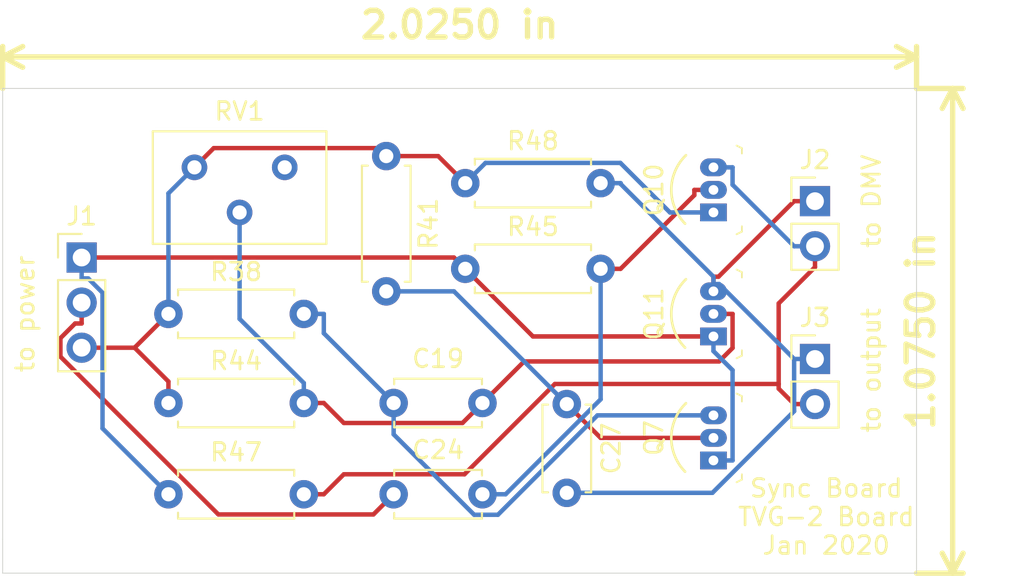
<source format=kicad_pcb>
(kicad_pcb (version 20171130) (host pcbnew "(5.0.0)")

  (general
    (thickness 1.6)
    (drawings 12)
    (tracks 96)
    (zones 0)
    (modules 16)
    (nets 11)
  )

  (page A4)
  (title_block
    (title TVG2)
    (date 2019-07-08)
    (rev v01)
  )

  (layers
    (0 F.Cu signal)
    (31 B.Cu signal)
    (32 B.Adhes user)
    (33 F.Adhes user)
    (34 B.Paste user)
    (35 F.Paste user)
    (36 B.SilkS user)
    (37 F.SilkS user)
    (38 B.Mask user)
    (39 F.Mask user)
    (40 Dwgs.User user)
    (41 Cmts.User user)
    (42 Eco1.User user)
    (43 Eco2.User user)
    (44 Edge.Cuts user)
    (45 Margin user)
    (46 B.CrtYd user)
    (47 F.CrtYd user)
    (48 B.Fab user)
    (49 F.Fab user hide)
  )

  (setup
    (last_trace_width 0.25)
    (user_trace_width 0.381)
    (trace_clearance 0.2)
    (zone_clearance 0.508)
    (zone_45_only no)
    (trace_min 0.2)
    (segment_width 0.2)
    (edge_width 0.05)
    (via_size 0.8)
    (via_drill 0.4)
    (via_min_size 0.4)
    (via_min_drill 0.3)
    (uvia_size 0.3)
    (uvia_drill 0.1)
    (uvias_allowed no)
    (uvia_min_size 0.2)
    (uvia_min_drill 0.1)
    (pcb_text_width 0.3)
    (pcb_text_size 1.5 1.5)
    (mod_edge_width 0.12)
    (mod_text_size 1 1)
    (mod_text_width 0.15)
    (pad_size 1.524 1.524)
    (pad_drill 0.762)
    (pad_to_mask_clearance 0.051)
    (solder_mask_min_width 0.25)
    (aux_axis_origin 0 0)
    (visible_elements 7FFFFFFF)
    (pcbplotparams
      (layerselection 0x010fc_ffffffff)
      (usegerberextensions false)
      (usegerberattributes false)
      (usegerberadvancedattributes false)
      (creategerberjobfile false)
      (excludeedgelayer true)
      (linewidth 0.100000)
      (plotframeref false)
      (viasonmask false)
      (mode 1)
      (useauxorigin false)
      (hpglpennumber 1)
      (hpglpenspeed 20)
      (hpglpendiameter 15.000000)
      (psnegative false)
      (psa4output false)
      (plotreference true)
      (plotvalue true)
      (plotinvisibletext false)
      (padsonsilk false)
      (subtractmaskfromsilk false)
      (outputformat 1)
      (mirror false)
      (drillshape 0)
      (scaleselection 1)
      (outputdirectory "gerbers/"))
  )

  (net 0 "")
  (net 1 "Net-(C19-Pad1)")
  (net 2 "Net-(C19-Pad2)")
  (net 3 "Net-(C24-Pad2)")
  (net 4 /A)
  (net 5 "Net-(C27-Pad1)")
  (net 6 /B)
  (net 7 "Net-(RV1-Pad1)")
  (net 8 /frompower)
  (net 9 /+9V)
  (net 10 /GND)

  (net_class Default "This is the default net class."
    (clearance 0.2)
    (trace_width 0.25)
    (via_dia 0.8)
    (via_drill 0.4)
    (uvia_dia 0.3)
    (uvia_drill 0.1)
    (add_net /+9V)
    (add_net /A)
    (add_net /B)
    (add_net /GND)
    (add_net /frompower)
    (add_net "Net-(C19-Pad1)")
    (add_net "Net-(C19-Pad2)")
    (add_net "Net-(C24-Pad2)")
    (add_net "Net-(C27-Pad1)")
    (add_net "Net-(RV1-Pad1)")
  )

  (module Capacitor_THT:C_Disc_D4.7mm_W2.5mm_P5.00mm (layer F.Cu) (tedit 5AE50EF0) (tstamp 5E29FF27)
    (at 119.16 83.76)
    (descr "C, Disc series, Radial, pin pitch=5.00mm, , diameter*width=4.7*2.5mm^2, Capacitor, http://www.vishay.com/docs/45233/krseries.pdf")
    (tags "C Disc series Radial pin pitch 5.00mm  diameter 4.7mm width 2.5mm Capacitor")
    (path /5D01BB31)
    (fp_text reference C19 (at 2.5 -2.5) (layer F.SilkS)
      (effects (font (size 1 1) (thickness 0.15)))
    )
    (fp_text value "560 pF" (at 2.5 2.5) (layer F.Fab)
      (effects (font (size 1 1) (thickness 0.15)))
    )
    (fp_line (start 0.15 -1.25) (end 0.15 1.25) (layer F.Fab) (width 0.1))
    (fp_line (start 0.15 1.25) (end 4.85 1.25) (layer F.Fab) (width 0.1))
    (fp_line (start 4.85 1.25) (end 4.85 -1.25) (layer F.Fab) (width 0.1))
    (fp_line (start 4.85 -1.25) (end 0.15 -1.25) (layer F.Fab) (width 0.1))
    (fp_line (start 0.03 -1.37) (end 4.97 -1.37) (layer F.SilkS) (width 0.12))
    (fp_line (start 0.03 1.37) (end 4.97 1.37) (layer F.SilkS) (width 0.12))
    (fp_line (start 0.03 -1.37) (end 0.03 -1.055) (layer F.SilkS) (width 0.12))
    (fp_line (start 0.03 1.055) (end 0.03 1.37) (layer F.SilkS) (width 0.12))
    (fp_line (start 4.97 -1.37) (end 4.97 -1.055) (layer F.SilkS) (width 0.12))
    (fp_line (start 4.97 1.055) (end 4.97 1.37) (layer F.SilkS) (width 0.12))
    (fp_line (start -1.05 -1.5) (end -1.05 1.5) (layer F.CrtYd) (width 0.05))
    (fp_line (start -1.05 1.5) (end 6.05 1.5) (layer F.CrtYd) (width 0.05))
    (fp_line (start 6.05 1.5) (end 6.05 -1.5) (layer F.CrtYd) (width 0.05))
    (fp_line (start 6.05 -1.5) (end -1.05 -1.5) (layer F.CrtYd) (width 0.05))
    (fp_text user %R (at 2.5 0) (layer F.Fab)
      (effects (font (size 0.94 0.94) (thickness 0.141)))
    )
    (pad 1 thru_hole circle (at 0 0) (size 1.6 1.6) (drill 0.8) (layers *.Cu *.Mask)
      (net 1 "Net-(C19-Pad1)"))
    (pad 2 thru_hole circle (at 5 0) (size 1.6 1.6) (drill 0.8) (layers *.Cu *.Mask)
      (net 2 "Net-(C19-Pad2)"))
    (model ${KISYS3DMOD}/Capacitor_THT.3dshapes/C_Disc_D4.7mm_W2.5mm_P5.00mm.wrl
      (at (xyz 0 0 0))
      (scale (xyz 1 1 1))
      (rotate (xyz 0 0 0))
    )
  )

  (module Capacitor_THT:C_Disc_D4.7mm_W2.5mm_P5.00mm (layer F.Cu) (tedit 5AE50EF0) (tstamp 5E29FF3C)
    (at 119.16 88.9)
    (descr "C, Disc series, Radial, pin pitch=5.00mm, , diameter*width=4.7*2.5mm^2, Capacitor, http://www.vishay.com/docs/45233/krseries.pdf")
    (tags "C Disc series Radial pin pitch 5.00mm  diameter 4.7mm width 2.5mm Capacitor")
    (path /5D1928CF)
    (fp_text reference C24 (at 2.5 -2.5) (layer F.SilkS)
      (effects (font (size 1 1) (thickness 0.15)))
    )
    (fp_text value "0.05 uF" (at 2.5 2.5) (layer F.Fab)
      (effects (font (size 1 1) (thickness 0.15)))
    )
    (fp_line (start 0.15 -1.25) (end 0.15 1.25) (layer F.Fab) (width 0.1))
    (fp_line (start 0.15 1.25) (end 4.85 1.25) (layer F.Fab) (width 0.1))
    (fp_line (start 4.85 1.25) (end 4.85 -1.25) (layer F.Fab) (width 0.1))
    (fp_line (start 4.85 -1.25) (end 0.15 -1.25) (layer F.Fab) (width 0.1))
    (fp_line (start 0.03 -1.37) (end 4.97 -1.37) (layer F.SilkS) (width 0.12))
    (fp_line (start 0.03 1.37) (end 4.97 1.37) (layer F.SilkS) (width 0.12))
    (fp_line (start 0.03 -1.37) (end 0.03 -1.055) (layer F.SilkS) (width 0.12))
    (fp_line (start 0.03 1.055) (end 0.03 1.37) (layer F.SilkS) (width 0.12))
    (fp_line (start 4.97 -1.37) (end 4.97 -1.055) (layer F.SilkS) (width 0.12))
    (fp_line (start 4.97 1.055) (end 4.97 1.37) (layer F.SilkS) (width 0.12))
    (fp_line (start -1.05 -1.5) (end -1.05 1.5) (layer F.CrtYd) (width 0.05))
    (fp_line (start -1.05 1.5) (end 6.05 1.5) (layer F.CrtYd) (width 0.05))
    (fp_line (start 6.05 1.5) (end 6.05 -1.5) (layer F.CrtYd) (width 0.05))
    (fp_line (start 6.05 -1.5) (end -1.05 -1.5) (layer F.CrtYd) (width 0.05))
    (fp_text user %R (at 2.5 0) (layer F.Fab)
      (effects (font (size 0.94 0.94) (thickness 0.141)))
    )
    (pad 1 thru_hole circle (at 0 0) (size 1.6 1.6) (drill 0.8) (layers *.Cu *.Mask)
      (net 8 /frompower))
    (pad 2 thru_hole circle (at 5 0) (size 1.6 1.6) (drill 0.8) (layers *.Cu *.Mask)
      (net 3 "Net-(C24-Pad2)"))
    (model ${KISYS3DMOD}/Capacitor_THT.3dshapes/C_Disc_D4.7mm_W2.5mm_P5.00mm.wrl
      (at (xyz 0 0 0))
      (scale (xyz 1 1 1))
      (rotate (xyz 0 0 0))
    )
  )

  (module Capacitor_THT:C_Disc_D4.7mm_W2.5mm_P5.00mm (layer F.Cu) (tedit 5AE50EF0) (tstamp 5E29FF51)
    (at 128.905 83.82 270)
    (descr "C, Disc series, Radial, pin pitch=5.00mm, , diameter*width=4.7*2.5mm^2, Capacitor, http://www.vishay.com/docs/45233/krseries.pdf")
    (tags "C Disc series Radial pin pitch 5.00mm  diameter 4.7mm width 2.5mm Capacitor")
    (path /5D01C288)
    (fp_text reference C27 (at 2.5 -2.5 90) (layer F.SilkS)
      (effects (font (size 1 1) (thickness 0.15)))
    )
    (fp_text value "560 pF" (at 2.5 2.5 90) (layer F.Fab)
      (effects (font (size 1 1) (thickness 0.15)))
    )
    (fp_text user %R (at 2.5 0 90) (layer F.Fab)
      (effects (font (size 0.94 0.94) (thickness 0.141)))
    )
    (fp_line (start 6.05 -1.5) (end -1.05 -1.5) (layer F.CrtYd) (width 0.05))
    (fp_line (start 6.05 1.5) (end 6.05 -1.5) (layer F.CrtYd) (width 0.05))
    (fp_line (start -1.05 1.5) (end 6.05 1.5) (layer F.CrtYd) (width 0.05))
    (fp_line (start -1.05 -1.5) (end -1.05 1.5) (layer F.CrtYd) (width 0.05))
    (fp_line (start 4.97 1.055) (end 4.97 1.37) (layer F.SilkS) (width 0.12))
    (fp_line (start 4.97 -1.37) (end 4.97 -1.055) (layer F.SilkS) (width 0.12))
    (fp_line (start 0.03 1.055) (end 0.03 1.37) (layer F.SilkS) (width 0.12))
    (fp_line (start 0.03 -1.37) (end 0.03 -1.055) (layer F.SilkS) (width 0.12))
    (fp_line (start 0.03 1.37) (end 4.97 1.37) (layer F.SilkS) (width 0.12))
    (fp_line (start 0.03 -1.37) (end 4.97 -1.37) (layer F.SilkS) (width 0.12))
    (fp_line (start 4.85 -1.25) (end 0.15 -1.25) (layer F.Fab) (width 0.1))
    (fp_line (start 4.85 1.25) (end 4.85 -1.25) (layer F.Fab) (width 0.1))
    (fp_line (start 0.15 1.25) (end 4.85 1.25) (layer F.Fab) (width 0.1))
    (fp_line (start 0.15 -1.25) (end 0.15 1.25) (layer F.Fab) (width 0.1))
    (pad 2 thru_hole circle (at 5 0 270) (size 1.6 1.6) (drill 0.8) (layers *.Cu *.Mask)
      (net 4 /A))
    (pad 1 thru_hole circle (at 0 0 270) (size 1.6 1.6) (drill 0.8) (layers *.Cu *.Mask)
      (net 5 "Net-(C27-Pad1)"))
    (model ${KISYS3DMOD}/Capacitor_THT.3dshapes/C_Disc_D4.7mm_W2.5mm_P5.00mm.wrl
      (at (xyz 0 0 0))
      (scale (xyz 1 1 1))
      (rotate (xyz 0 0 0))
    )
  )

  (module Connector_PinHeader_2.54mm:PinHeader_1x03_P2.54mm_Vertical (layer F.Cu) (tedit 59FED5CC) (tstamp 5E29FF68)
    (at 101.6 75.565)
    (descr "Through hole straight pin header, 1x03, 2.54mm pitch, single row")
    (tags "Through hole pin header THT 1x03 2.54mm single row")
    (path /5E1D65EF)
    (fp_text reference J1 (at 0 -2.33) (layer F.SilkS)
      (effects (font (size 1 1) (thickness 0.15)))
    )
    (fp_text value from_power (at 0 7.41) (layer F.Fab)
      (effects (font (size 1 1) (thickness 0.15)))
    )
    (fp_line (start -0.635 -1.27) (end 1.27 -1.27) (layer F.Fab) (width 0.1))
    (fp_line (start 1.27 -1.27) (end 1.27 6.35) (layer F.Fab) (width 0.1))
    (fp_line (start 1.27 6.35) (end -1.27 6.35) (layer F.Fab) (width 0.1))
    (fp_line (start -1.27 6.35) (end -1.27 -0.635) (layer F.Fab) (width 0.1))
    (fp_line (start -1.27 -0.635) (end -0.635 -1.27) (layer F.Fab) (width 0.1))
    (fp_line (start -1.33 6.41) (end 1.33 6.41) (layer F.SilkS) (width 0.12))
    (fp_line (start -1.33 1.27) (end -1.33 6.41) (layer F.SilkS) (width 0.12))
    (fp_line (start 1.33 1.27) (end 1.33 6.41) (layer F.SilkS) (width 0.12))
    (fp_line (start -1.33 1.27) (end 1.33 1.27) (layer F.SilkS) (width 0.12))
    (fp_line (start -1.33 0) (end -1.33 -1.33) (layer F.SilkS) (width 0.12))
    (fp_line (start -1.33 -1.33) (end 0 -1.33) (layer F.SilkS) (width 0.12))
    (fp_line (start -1.8 -1.8) (end -1.8 6.85) (layer F.CrtYd) (width 0.05))
    (fp_line (start -1.8 6.85) (end 1.8 6.85) (layer F.CrtYd) (width 0.05))
    (fp_line (start 1.8 6.85) (end 1.8 -1.8) (layer F.CrtYd) (width 0.05))
    (fp_line (start 1.8 -1.8) (end -1.8 -1.8) (layer F.CrtYd) (width 0.05))
    (fp_text user %R (at 0 2.54 90) (layer F.Fab)
      (effects (font (size 1 1) (thickness 0.15)))
    )
    (pad 1 thru_hole rect (at 0 0) (size 1.7 1.7) (drill 1) (layers *.Cu *.Mask)
      (net 9 /+9V))
    (pad 2 thru_hole oval (at 0 2.54) (size 1.7 1.7) (drill 1) (layers *.Cu *.Mask)
      (net 8 /frompower))
    (pad 3 thru_hole oval (at 0 5.08) (size 1.7 1.7) (drill 1) (layers *.Cu *.Mask)
      (net 10 /GND))
    (model ${KISYS3DMOD}/Connector_PinHeader_2.54mm.3dshapes/PinHeader_1x03_P2.54mm_Vertical.wrl
      (at (xyz 0 0 0))
      (scale (xyz 1 1 1))
      (rotate (xyz 0 0 0))
    )
  )

  (module Connector_PinHeader_2.54mm:PinHeader_1x02_P2.54mm_Vertical (layer F.Cu) (tedit 59FED5CC) (tstamp 5E29FF7E)
    (at 142.875 72.39)
    (descr "Through hole straight pin header, 1x02, 2.54mm pitch, single row")
    (tags "Through hole pin header THT 1x02 2.54mm single row")
    (path /5E397D2C)
    (fp_text reference J2 (at 0 -2.33) (layer F.SilkS)
      (effects (font (size 1 1) (thickness 0.15)))
    )
    (fp_text value to_DMV (at 0 4.87) (layer F.Fab)
      (effects (font (size 1 1) (thickness 0.15)))
    )
    (fp_line (start -0.635 -1.27) (end 1.27 -1.27) (layer F.Fab) (width 0.1))
    (fp_line (start 1.27 -1.27) (end 1.27 3.81) (layer F.Fab) (width 0.1))
    (fp_line (start 1.27 3.81) (end -1.27 3.81) (layer F.Fab) (width 0.1))
    (fp_line (start -1.27 3.81) (end -1.27 -0.635) (layer F.Fab) (width 0.1))
    (fp_line (start -1.27 -0.635) (end -0.635 -1.27) (layer F.Fab) (width 0.1))
    (fp_line (start -1.33 3.87) (end 1.33 3.87) (layer F.SilkS) (width 0.12))
    (fp_line (start -1.33 1.27) (end -1.33 3.87) (layer F.SilkS) (width 0.12))
    (fp_line (start 1.33 1.27) (end 1.33 3.87) (layer F.SilkS) (width 0.12))
    (fp_line (start -1.33 1.27) (end 1.33 1.27) (layer F.SilkS) (width 0.12))
    (fp_line (start -1.33 0) (end -1.33 -1.33) (layer F.SilkS) (width 0.12))
    (fp_line (start -1.33 -1.33) (end 0 -1.33) (layer F.SilkS) (width 0.12))
    (fp_line (start -1.8 -1.8) (end -1.8 4.35) (layer F.CrtYd) (width 0.05))
    (fp_line (start -1.8 4.35) (end 1.8 4.35) (layer F.CrtYd) (width 0.05))
    (fp_line (start 1.8 4.35) (end 1.8 -1.8) (layer F.CrtYd) (width 0.05))
    (fp_line (start 1.8 -1.8) (end -1.8 -1.8) (layer F.CrtYd) (width 0.05))
    (fp_text user %R (at 0 1.27 90) (layer F.Fab)
      (effects (font (size 1 1) (thickness 0.15)))
    )
    (pad 1 thru_hole rect (at 0 0) (size 1.7 1.7) (drill 1) (layers *.Cu *.Mask)
      (net 4 /A))
    (pad 2 thru_hole oval (at 0 2.54) (size 1.7 1.7) (drill 1) (layers *.Cu *.Mask)
      (net 6 /B))
    (model ${KISYS3DMOD}/Connector_PinHeader_2.54mm.3dshapes/PinHeader_1x02_P2.54mm_Vertical.wrl
      (at (xyz 0 0 0))
      (scale (xyz 1 1 1))
      (rotate (xyz 0 0 0))
    )
  )

  (module Connector_PinHeader_2.54mm:PinHeader_1x02_P2.54mm_Vertical (layer F.Cu) (tedit 59FED5CC) (tstamp 5E29FF94)
    (at 142.875 81.28)
    (descr "Through hole straight pin header, 1x02, 2.54mm pitch, single row")
    (tags "Through hole pin header THT 1x02 2.54mm single row")
    (path /5E3983D4)
    (fp_text reference J3 (at 0 -2.33) (layer F.SilkS)
      (effects (font (size 1 1) (thickness 0.15)))
    )
    (fp_text value to_output (at 0 4.87) (layer F.Fab)
      (effects (font (size 1 1) (thickness 0.15)))
    )
    (fp_text user %R (at 0 1.27 90) (layer F.Fab)
      (effects (font (size 1 1) (thickness 0.15)))
    )
    (fp_line (start 1.8 -1.8) (end -1.8 -1.8) (layer F.CrtYd) (width 0.05))
    (fp_line (start 1.8 4.35) (end 1.8 -1.8) (layer F.CrtYd) (width 0.05))
    (fp_line (start -1.8 4.35) (end 1.8 4.35) (layer F.CrtYd) (width 0.05))
    (fp_line (start -1.8 -1.8) (end -1.8 4.35) (layer F.CrtYd) (width 0.05))
    (fp_line (start -1.33 -1.33) (end 0 -1.33) (layer F.SilkS) (width 0.12))
    (fp_line (start -1.33 0) (end -1.33 -1.33) (layer F.SilkS) (width 0.12))
    (fp_line (start -1.33 1.27) (end 1.33 1.27) (layer F.SilkS) (width 0.12))
    (fp_line (start 1.33 1.27) (end 1.33 3.87) (layer F.SilkS) (width 0.12))
    (fp_line (start -1.33 1.27) (end -1.33 3.87) (layer F.SilkS) (width 0.12))
    (fp_line (start -1.33 3.87) (end 1.33 3.87) (layer F.SilkS) (width 0.12))
    (fp_line (start -1.27 -0.635) (end -0.635 -1.27) (layer F.Fab) (width 0.1))
    (fp_line (start -1.27 3.81) (end -1.27 -0.635) (layer F.Fab) (width 0.1))
    (fp_line (start 1.27 3.81) (end -1.27 3.81) (layer F.Fab) (width 0.1))
    (fp_line (start 1.27 -1.27) (end 1.27 3.81) (layer F.Fab) (width 0.1))
    (fp_line (start -0.635 -1.27) (end 1.27 -1.27) (layer F.Fab) (width 0.1))
    (pad 2 thru_hole oval (at 0 2.54) (size 1.7 1.7) (drill 1) (layers *.Cu *.Mask)
      (net 6 /B))
    (pad 1 thru_hole rect (at 0 0) (size 1.7 1.7) (drill 1) (layers *.Cu *.Mask)
      (net 4 /A))
    (model ${KISYS3DMOD}/Connector_PinHeader_2.54mm.3dshapes/PinHeader_1x02_P2.54mm_Vertical.wrl
      (at (xyz 0 0 0))
      (scale (xyz 1 1 1))
      (rotate (xyz 0 0 0))
    )
  )

  (module digikey-footprints:TO-92-3 (layer F.Cu) (tedit 5AF9CDD1) (tstamp 5E29FFA8)
    (at 137.16 86.995 90)
    (descr http://www.ti.com/lit/ds/symlink/tl431a.pdf)
    (path /5D01CD1C)
    (fp_text reference Q7 (at 1.27 -3.35 90) (layer F.SilkS)
      (effects (font (size 1 1) (thickness 0.15)))
    )
    (fp_text value 2N2907 (at 1.27 2.5 90) (layer F.Fab)
      (effects (font (size 1 1) (thickness 0.15)))
    )
    (fp_arc (start 1.27 0.35) (end -0.63 -1.6) (angle 90) (layer F.SilkS) (width 0.15))
    (fp_line (start 3.57 1.5) (end -1.03 1.5) (layer F.Fab) (width 0.15))
    (fp_arc (start 1.27 0.3) (end -1.03 1.5) (angle 235) (layer F.Fab) (width 0.15))
    (fp_arc (start 1.27 0.3) (end -1.33 0.3) (angle 90) (layer F.Fab) (width 0.15))
    (fp_line (start -1.63 -2.5) (end 4.17 -2.5) (layer F.CrtYd) (width 0.05))
    (fp_line (start -1.63 1.75) (end 4.17 1.75) (layer F.CrtYd) (width 0.05))
    (fp_line (start -1.63 1.75) (end -1.63 -2.5) (layer F.CrtYd) (width 0.05))
    (fp_line (start 4.17 1.75) (end 4.17 -2.5) (layer F.CrtYd) (width 0.05))
    (fp_line (start 3.62 1.6) (end 3.77 1.3) (layer F.SilkS) (width 0.1))
    (fp_line (start 3.62 1.6) (end 3.32 1.6) (layer F.SilkS) (width 0.1))
    (fp_line (start -0.78 1.6) (end -1.08 1.6) (layer F.SilkS) (width 0.1))
    (fp_line (start -1.08 1.6) (end -1.23 1.3) (layer F.SilkS) (width 0.1))
    (fp_text user %R (at 1.27 -1.25 270) (layer F.Fab)
      (effects (font (size 0.75 0.75) (thickness 0.15)))
    )
    (pad 2 thru_hole oval (at 1.27 0 270) (size 1 1.5) (drill 0.55) (layers *.Cu *.Mask)
      (net 5 "Net-(C27-Pad1)"))
    (pad 3 thru_hole oval (at 2.54 0 270) (size 1 1.5) (drill 0.55) (layers *.Cu *.Mask)
      (net 1 "Net-(C19-Pad1)"))
    (pad 1 thru_hole rect (at 0 0 270) (size 1 1.5) (drill 0.55) (layers *.Cu *.Mask)
      (net 9 /+9V))
  )

  (module digikey-footprints:TO-92-3 (layer F.Cu) (tedit 5AF9CDD1) (tstamp 5E29FFBC)
    (at 137.16 73.025 90)
    (descr http://www.ti.com/lit/ds/symlink/tl431a.pdf)
    (path /5E21CAEC)
    (fp_text reference Q10 (at 1.27 -3.35 90) (layer F.SilkS)
      (effects (font (size 1 1) (thickness 0.15)))
    )
    (fp_text value 2N718 (at 1.27 2.5 90) (layer F.Fab)
      (effects (font (size 1 1) (thickness 0.15)))
    )
    (fp_arc (start 1.27 0.35) (end -0.63 -1.6) (angle 90) (layer F.SilkS) (width 0.15))
    (fp_line (start 3.57 1.5) (end -1.03 1.5) (layer F.Fab) (width 0.15))
    (fp_arc (start 1.27 0.3) (end -1.03 1.5) (angle 235) (layer F.Fab) (width 0.15))
    (fp_arc (start 1.27 0.3) (end -1.33 0.3) (angle 90) (layer F.Fab) (width 0.15))
    (fp_line (start -1.63 -2.5) (end 4.17 -2.5) (layer F.CrtYd) (width 0.05))
    (fp_line (start -1.63 1.75) (end 4.17 1.75) (layer F.CrtYd) (width 0.05))
    (fp_line (start -1.63 1.75) (end -1.63 -2.5) (layer F.CrtYd) (width 0.05))
    (fp_line (start 4.17 1.75) (end 4.17 -2.5) (layer F.CrtYd) (width 0.05))
    (fp_line (start 3.62 1.6) (end 3.77 1.3) (layer F.SilkS) (width 0.1))
    (fp_line (start 3.62 1.6) (end 3.32 1.6) (layer F.SilkS) (width 0.1))
    (fp_line (start -0.78 1.6) (end -1.08 1.6) (layer F.SilkS) (width 0.1))
    (fp_line (start -1.08 1.6) (end -1.23 1.3) (layer F.SilkS) (width 0.1))
    (fp_text user %R (at 1.27 -1.25 270) (layer F.Fab)
      (effects (font (size 0.75 0.75) (thickness 0.15)))
    )
    (pad 2 thru_hole oval (at 1.27 0 270) (size 1 1.5) (drill 0.55) (layers *.Cu *.Mask)
      (net 3 "Net-(C24-Pad2)"))
    (pad 3 thru_hole oval (at 2.54 0 270) (size 1 1.5) (drill 0.55) (layers *.Cu *.Mask)
      (net 6 /B))
    (pad 1 thru_hole rect (at 0 0 270) (size 1 1.5) (drill 0.55) (layers *.Cu *.Mask)
      (net 10 /GND))
  )

  (module digikey-footprints:TO-92-3 (layer F.Cu) (tedit 5AF9CDD1) (tstamp 5E29FFD0)
    (at 137.16 80.01 90)
    (descr http://www.ti.com/lit/ds/symlink/tl431a.pdf)
    (path /5D01DBA3)
    (fp_text reference Q11 (at 1.27 -3.35 90) (layer F.SilkS)
      (effects (font (size 1 1) (thickness 0.15)))
    )
    (fp_text value 2N2907 (at 1.27 2.5 90) (layer F.Fab)
      (effects (font (size 1 1) (thickness 0.15)))
    )
    (fp_text user %R (at 1.27 -1.25 270) (layer F.Fab)
      (effects (font (size 0.75 0.75) (thickness 0.15)))
    )
    (fp_line (start -1.08 1.6) (end -1.23 1.3) (layer F.SilkS) (width 0.1))
    (fp_line (start -0.78 1.6) (end -1.08 1.6) (layer F.SilkS) (width 0.1))
    (fp_line (start 3.62 1.6) (end 3.32 1.6) (layer F.SilkS) (width 0.1))
    (fp_line (start 3.62 1.6) (end 3.77 1.3) (layer F.SilkS) (width 0.1))
    (fp_line (start 4.17 1.75) (end 4.17 -2.5) (layer F.CrtYd) (width 0.05))
    (fp_line (start -1.63 1.75) (end -1.63 -2.5) (layer F.CrtYd) (width 0.05))
    (fp_line (start -1.63 1.75) (end 4.17 1.75) (layer F.CrtYd) (width 0.05))
    (fp_line (start -1.63 -2.5) (end 4.17 -2.5) (layer F.CrtYd) (width 0.05))
    (fp_arc (start 1.27 0.3) (end -1.33 0.3) (angle 90) (layer F.Fab) (width 0.15))
    (fp_arc (start 1.27 0.3) (end -1.03 1.5) (angle 235) (layer F.Fab) (width 0.15))
    (fp_line (start 3.57 1.5) (end -1.03 1.5) (layer F.Fab) (width 0.15))
    (fp_arc (start 1.27 0.35) (end -0.63 -1.6) (angle 90) (layer F.SilkS) (width 0.15))
    (pad 1 thru_hole rect (at 0 0 270) (size 1 1.5) (drill 0.55) (layers *.Cu *.Mask)
      (net 9 /+9V))
    (pad 3 thru_hole oval (at 2.54 0 270) (size 1 1.5) (drill 0.55) (layers *.Cu *.Mask)
      (net 4 /A))
    (pad 2 thru_hole oval (at 1.27 0 270) (size 1 1.5) (drill 0.55) (layers *.Cu *.Mask)
      (net 2 "Net-(C19-Pad2)"))
  )

  (module Resistor_THT:R_Axial_DIN0207_L6.3mm_D2.5mm_P7.62mm_Horizontal (layer F.Cu) (tedit 5AE5139B) (tstamp 5E29FFE7)
    (at 106.485 78.74)
    (descr "Resistor, Axial_DIN0207 series, Axial, Horizontal, pin pitch=7.62mm, 0.25W = 1/4W, length*diameter=6.3*2.5mm^2, http://cdn-reichelt.de/documents/datenblatt/B400/1_4W%23YAG.pdf")
    (tags "Resistor Axial_DIN0207 series Axial Horizontal pin pitch 7.62mm 0.25W = 1/4W length 6.3mm diameter 2.5mm")
    (path /5D019AFE)
    (fp_text reference R38 (at 3.81 -2.37) (layer F.SilkS)
      (effects (font (size 1 1) (thickness 0.15)))
    )
    (fp_text value 10K (at 3.81 2.37) (layer F.Fab)
      (effects (font (size 1 1) (thickness 0.15)))
    )
    (fp_text user %R (at 3.81 0) (layer F.Fab)
      (effects (font (size 1 1) (thickness 0.15)))
    )
    (fp_line (start 8.67 -1.5) (end -1.05 -1.5) (layer F.CrtYd) (width 0.05))
    (fp_line (start 8.67 1.5) (end 8.67 -1.5) (layer F.CrtYd) (width 0.05))
    (fp_line (start -1.05 1.5) (end 8.67 1.5) (layer F.CrtYd) (width 0.05))
    (fp_line (start -1.05 -1.5) (end -1.05 1.5) (layer F.CrtYd) (width 0.05))
    (fp_line (start 7.08 1.37) (end 7.08 1.04) (layer F.SilkS) (width 0.12))
    (fp_line (start 0.54 1.37) (end 7.08 1.37) (layer F.SilkS) (width 0.12))
    (fp_line (start 0.54 1.04) (end 0.54 1.37) (layer F.SilkS) (width 0.12))
    (fp_line (start 7.08 -1.37) (end 7.08 -1.04) (layer F.SilkS) (width 0.12))
    (fp_line (start 0.54 -1.37) (end 7.08 -1.37) (layer F.SilkS) (width 0.12))
    (fp_line (start 0.54 -1.04) (end 0.54 -1.37) (layer F.SilkS) (width 0.12))
    (fp_line (start 7.62 0) (end 6.96 0) (layer F.Fab) (width 0.1))
    (fp_line (start 0 0) (end 0.66 0) (layer F.Fab) (width 0.1))
    (fp_line (start 6.96 -1.25) (end 0.66 -1.25) (layer F.Fab) (width 0.1))
    (fp_line (start 6.96 1.25) (end 6.96 -1.25) (layer F.Fab) (width 0.1))
    (fp_line (start 0.66 1.25) (end 6.96 1.25) (layer F.Fab) (width 0.1))
    (fp_line (start 0.66 -1.25) (end 0.66 1.25) (layer F.Fab) (width 0.1))
    (pad 2 thru_hole oval (at 7.62 0) (size 1.6 1.6) (drill 0.8) (layers *.Cu *.Mask)
      (net 1 "Net-(C19-Pad1)"))
    (pad 1 thru_hole circle (at 0 0) (size 1.6 1.6) (drill 0.8) (layers *.Cu *.Mask)
      (net 10 /GND))
    (model ${KISYS3DMOD}/Resistor_THT.3dshapes/R_Axial_DIN0207_L6.3mm_D2.5mm_P7.62mm_Horizontal.wrl
      (at (xyz 0 0 0))
      (scale (xyz 1 1 1))
      (rotate (xyz 0 0 0))
    )
  )

  (module Resistor_THT:R_Axial_DIN0207_L6.3mm_D2.5mm_P7.62mm_Horizontal (layer F.Cu) (tedit 5AE5139B) (tstamp 5E29FFFE)
    (at 118.745 69.85 270)
    (descr "Resistor, Axial_DIN0207 series, Axial, Horizontal, pin pitch=7.62mm, 0.25W = 1/4W, length*diameter=6.3*2.5mm^2, http://cdn-reichelt.de/documents/datenblatt/B400/1_4W%23YAG.pdf")
    (tags "Resistor Axial_DIN0207 series Axial Horizontal pin pitch 7.62mm 0.25W = 1/4W length 6.3mm diameter 2.5mm")
    (path /5D0196AD)
    (fp_text reference R41 (at 3.81 -2.37 90) (layer F.SilkS)
      (effects (font (size 1 1) (thickness 0.15)))
    )
    (fp_text value 82K (at 3.81 2.37 90) (layer F.Fab)
      (effects (font (size 1 1) (thickness 0.15)))
    )
    (fp_line (start 0.66 -1.25) (end 0.66 1.25) (layer F.Fab) (width 0.1))
    (fp_line (start 0.66 1.25) (end 6.96 1.25) (layer F.Fab) (width 0.1))
    (fp_line (start 6.96 1.25) (end 6.96 -1.25) (layer F.Fab) (width 0.1))
    (fp_line (start 6.96 -1.25) (end 0.66 -1.25) (layer F.Fab) (width 0.1))
    (fp_line (start 0 0) (end 0.66 0) (layer F.Fab) (width 0.1))
    (fp_line (start 7.62 0) (end 6.96 0) (layer F.Fab) (width 0.1))
    (fp_line (start 0.54 -1.04) (end 0.54 -1.37) (layer F.SilkS) (width 0.12))
    (fp_line (start 0.54 -1.37) (end 7.08 -1.37) (layer F.SilkS) (width 0.12))
    (fp_line (start 7.08 -1.37) (end 7.08 -1.04) (layer F.SilkS) (width 0.12))
    (fp_line (start 0.54 1.04) (end 0.54 1.37) (layer F.SilkS) (width 0.12))
    (fp_line (start 0.54 1.37) (end 7.08 1.37) (layer F.SilkS) (width 0.12))
    (fp_line (start 7.08 1.37) (end 7.08 1.04) (layer F.SilkS) (width 0.12))
    (fp_line (start -1.05 -1.5) (end -1.05 1.5) (layer F.CrtYd) (width 0.05))
    (fp_line (start -1.05 1.5) (end 8.67 1.5) (layer F.CrtYd) (width 0.05))
    (fp_line (start 8.67 1.5) (end 8.67 -1.5) (layer F.CrtYd) (width 0.05))
    (fp_line (start 8.67 -1.5) (end -1.05 -1.5) (layer F.CrtYd) (width 0.05))
    (fp_text user %R (at 3.81 0 90) (layer F.Fab)
      (effects (font (size 1 1) (thickness 0.15)))
    )
    (pad 1 thru_hole circle (at 0 0 270) (size 1.6 1.6) (drill 0.8) (layers *.Cu *.Mask)
      (net 10 /GND))
    (pad 2 thru_hole oval (at 7.62 0 270) (size 1.6 1.6) (drill 0.8) (layers *.Cu *.Mask)
      (net 5 "Net-(C27-Pad1)"))
    (model ${KISYS3DMOD}/Resistor_THT.3dshapes/R_Axial_DIN0207_L6.3mm_D2.5mm_P7.62mm_Horizontal.wrl
      (at (xyz 0 0 0))
      (scale (xyz 1 1 1))
      (rotate (xyz 0 0 0))
    )
  )

  (module Resistor_THT:R_Axial_DIN0207_L6.3mm_D2.5mm_P7.62mm_Horizontal (layer F.Cu) (tedit 5AE5139B) (tstamp 5E2A0015)
    (at 106.485 83.76)
    (descr "Resistor, Axial_DIN0207 series, Axial, Horizontal, pin pitch=7.62mm, 0.25W = 1/4W, length*diameter=6.3*2.5mm^2, http://cdn-reichelt.de/documents/datenblatt/B400/1_4W%23YAG.pdf")
    (tags "Resistor Axial_DIN0207 series Axial Horizontal pin pitch 7.62mm 0.25W = 1/4W length 6.3mm diameter 2.5mm")
    (path /5D01AF6E)
    (fp_text reference R44 (at 3.81 -2.37) (layer F.SilkS)
      (effects (font (size 1 1) (thickness 0.15)))
    )
    (fp_text value 82K (at 3.81 2.37) (layer F.Fab)
      (effects (font (size 1 1) (thickness 0.15)))
    )
    (fp_line (start 0.66 -1.25) (end 0.66 1.25) (layer F.Fab) (width 0.1))
    (fp_line (start 0.66 1.25) (end 6.96 1.25) (layer F.Fab) (width 0.1))
    (fp_line (start 6.96 1.25) (end 6.96 -1.25) (layer F.Fab) (width 0.1))
    (fp_line (start 6.96 -1.25) (end 0.66 -1.25) (layer F.Fab) (width 0.1))
    (fp_line (start 0 0) (end 0.66 0) (layer F.Fab) (width 0.1))
    (fp_line (start 7.62 0) (end 6.96 0) (layer F.Fab) (width 0.1))
    (fp_line (start 0.54 -1.04) (end 0.54 -1.37) (layer F.SilkS) (width 0.12))
    (fp_line (start 0.54 -1.37) (end 7.08 -1.37) (layer F.SilkS) (width 0.12))
    (fp_line (start 7.08 -1.37) (end 7.08 -1.04) (layer F.SilkS) (width 0.12))
    (fp_line (start 0.54 1.04) (end 0.54 1.37) (layer F.SilkS) (width 0.12))
    (fp_line (start 0.54 1.37) (end 7.08 1.37) (layer F.SilkS) (width 0.12))
    (fp_line (start 7.08 1.37) (end 7.08 1.04) (layer F.SilkS) (width 0.12))
    (fp_line (start -1.05 -1.5) (end -1.05 1.5) (layer F.CrtYd) (width 0.05))
    (fp_line (start -1.05 1.5) (end 8.67 1.5) (layer F.CrtYd) (width 0.05))
    (fp_line (start 8.67 1.5) (end 8.67 -1.5) (layer F.CrtYd) (width 0.05))
    (fp_line (start 8.67 -1.5) (end -1.05 -1.5) (layer F.CrtYd) (width 0.05))
    (fp_text user %R (at 3.81 0) (layer F.Fab)
      (effects (font (size 1 1) (thickness 0.15)))
    )
    (pad 1 thru_hole circle (at 0 0) (size 1.6 1.6) (drill 0.8) (layers *.Cu *.Mask)
      (net 10 /GND))
    (pad 2 thru_hole oval (at 7.62 0) (size 1.6 1.6) (drill 0.8) (layers *.Cu *.Mask)
      (net 2 "Net-(C19-Pad2)"))
    (model ${KISYS3DMOD}/Resistor_THT.3dshapes/R_Axial_DIN0207_L6.3mm_D2.5mm_P7.62mm_Horizontal.wrl
      (at (xyz 0 0 0))
      (scale (xyz 1 1 1))
      (rotate (xyz 0 0 0))
    )
  )

  (module Resistor_THT:R_Axial_DIN0207_L6.3mm_D2.5mm_P7.62mm_Horizontal (layer F.Cu) (tedit 5AE5139B) (tstamp 5E2A002C)
    (at 123.19 76.2)
    (descr "Resistor, Axial_DIN0207 series, Axial, Horizontal, pin pitch=7.62mm, 0.25W = 1/4W, length*diameter=6.3*2.5mm^2, http://cdn-reichelt.de/documents/datenblatt/B400/1_4W%23YAG.pdf")
    (tags "Resistor Axial_DIN0207 series Axial Horizontal pin pitch 7.62mm 0.25W = 1/4W length 6.3mm diameter 2.5mm")
    (path /5D195993)
    (fp_text reference R45 (at 3.81 -2.37) (layer F.SilkS)
      (effects (font (size 1 1) (thickness 0.15)))
    )
    (fp_text value 100K (at 3.81 2.37) (layer F.Fab)
      (effects (font (size 1 1) (thickness 0.15)))
    )
    (fp_text user %R (at 3.81 0) (layer F.Fab)
      (effects (font (size 1 1) (thickness 0.15)))
    )
    (fp_line (start 8.67 -1.5) (end -1.05 -1.5) (layer F.CrtYd) (width 0.05))
    (fp_line (start 8.67 1.5) (end 8.67 -1.5) (layer F.CrtYd) (width 0.05))
    (fp_line (start -1.05 1.5) (end 8.67 1.5) (layer F.CrtYd) (width 0.05))
    (fp_line (start -1.05 -1.5) (end -1.05 1.5) (layer F.CrtYd) (width 0.05))
    (fp_line (start 7.08 1.37) (end 7.08 1.04) (layer F.SilkS) (width 0.12))
    (fp_line (start 0.54 1.37) (end 7.08 1.37) (layer F.SilkS) (width 0.12))
    (fp_line (start 0.54 1.04) (end 0.54 1.37) (layer F.SilkS) (width 0.12))
    (fp_line (start 7.08 -1.37) (end 7.08 -1.04) (layer F.SilkS) (width 0.12))
    (fp_line (start 0.54 -1.37) (end 7.08 -1.37) (layer F.SilkS) (width 0.12))
    (fp_line (start 0.54 -1.04) (end 0.54 -1.37) (layer F.SilkS) (width 0.12))
    (fp_line (start 7.62 0) (end 6.96 0) (layer F.Fab) (width 0.1))
    (fp_line (start 0 0) (end 0.66 0) (layer F.Fab) (width 0.1))
    (fp_line (start 6.96 -1.25) (end 0.66 -1.25) (layer F.Fab) (width 0.1))
    (fp_line (start 6.96 1.25) (end 6.96 -1.25) (layer F.Fab) (width 0.1))
    (fp_line (start 0.66 1.25) (end 6.96 1.25) (layer F.Fab) (width 0.1))
    (fp_line (start 0.66 -1.25) (end 0.66 1.25) (layer F.Fab) (width 0.1))
    (pad 2 thru_hole oval (at 7.62 0) (size 1.6 1.6) (drill 0.8) (layers *.Cu *.Mask)
      (net 3 "Net-(C24-Pad2)"))
    (pad 1 thru_hole circle (at 0 0) (size 1.6 1.6) (drill 0.8) (layers *.Cu *.Mask)
      (net 9 /+9V))
    (model ${KISYS3DMOD}/Resistor_THT.3dshapes/R_Axial_DIN0207_L6.3mm_D2.5mm_P7.62mm_Horizontal.wrl
      (at (xyz 0 0 0))
      (scale (xyz 1 1 1))
      (rotate (xyz 0 0 0))
    )
  )

  (module Resistor_THT:R_Axial_DIN0207_L6.3mm_D2.5mm_P7.62mm_Horizontal (layer F.Cu) (tedit 5AE5139B) (tstamp 5E2A0043)
    (at 106.485 88.9)
    (descr "Resistor, Axial_DIN0207 series, Axial, Horizontal, pin pitch=7.62mm, 0.25W = 1/4W, length*diameter=6.3*2.5mm^2, http://cdn-reichelt.de/documents/datenblatt/B400/1_4W%23YAG.pdf")
    (tags "Resistor Axial_DIN0207 series Axial Horizontal pin pitch 7.62mm 0.25W = 1/4W length 6.3mm diameter 2.5mm")
    (path /5D19481C)
    (fp_text reference R47 (at 3.81 -2.37) (layer F.SilkS)
      (effects (font (size 1 1) (thickness 0.15)))
    )
    (fp_text value 10K (at 3.81 2.37) (layer F.Fab)
      (effects (font (size 1 1) (thickness 0.15)))
    )
    (fp_line (start 0.66 -1.25) (end 0.66 1.25) (layer F.Fab) (width 0.1))
    (fp_line (start 0.66 1.25) (end 6.96 1.25) (layer F.Fab) (width 0.1))
    (fp_line (start 6.96 1.25) (end 6.96 -1.25) (layer F.Fab) (width 0.1))
    (fp_line (start 6.96 -1.25) (end 0.66 -1.25) (layer F.Fab) (width 0.1))
    (fp_line (start 0 0) (end 0.66 0) (layer F.Fab) (width 0.1))
    (fp_line (start 7.62 0) (end 6.96 0) (layer F.Fab) (width 0.1))
    (fp_line (start 0.54 -1.04) (end 0.54 -1.37) (layer F.SilkS) (width 0.12))
    (fp_line (start 0.54 -1.37) (end 7.08 -1.37) (layer F.SilkS) (width 0.12))
    (fp_line (start 7.08 -1.37) (end 7.08 -1.04) (layer F.SilkS) (width 0.12))
    (fp_line (start 0.54 1.04) (end 0.54 1.37) (layer F.SilkS) (width 0.12))
    (fp_line (start 0.54 1.37) (end 7.08 1.37) (layer F.SilkS) (width 0.12))
    (fp_line (start 7.08 1.37) (end 7.08 1.04) (layer F.SilkS) (width 0.12))
    (fp_line (start -1.05 -1.5) (end -1.05 1.5) (layer F.CrtYd) (width 0.05))
    (fp_line (start -1.05 1.5) (end 8.67 1.5) (layer F.CrtYd) (width 0.05))
    (fp_line (start 8.67 1.5) (end 8.67 -1.5) (layer F.CrtYd) (width 0.05))
    (fp_line (start 8.67 -1.5) (end -1.05 -1.5) (layer F.CrtYd) (width 0.05))
    (fp_text user %R (at 3.81 0) (layer F.Fab)
      (effects (font (size 1 1) (thickness 0.15)))
    )
    (pad 1 thru_hole circle (at 0 0) (size 1.6 1.6) (drill 0.8) (layers *.Cu *.Mask)
      (net 9 /+9V))
    (pad 2 thru_hole oval (at 7.62 0) (size 1.6 1.6) (drill 0.8) (layers *.Cu *.Mask)
      (net 6 /B))
    (model ${KISYS3DMOD}/Resistor_THT.3dshapes/R_Axial_DIN0207_L6.3mm_D2.5mm_P7.62mm_Horizontal.wrl
      (at (xyz 0 0 0))
      (scale (xyz 1 1 1))
      (rotate (xyz 0 0 0))
    )
  )

  (module Resistor_THT:R_Axial_DIN0207_L6.3mm_D2.5mm_P7.62mm_Horizontal (layer F.Cu) (tedit 5AE5139B) (tstamp 5E2A005A)
    (at 123.19 71.375)
    (descr "Resistor, Axial_DIN0207 series, Axial, Horizontal, pin pitch=7.62mm, 0.25W = 1/4W, length*diameter=6.3*2.5mm^2, http://cdn-reichelt.de/documents/datenblatt/B400/1_4W%23YAG.pdf")
    (tags "Resistor Axial_DIN0207 series Axial Horizontal pin pitch 7.62mm 0.25W = 1/4W length 6.3mm diameter 2.5mm")
    (path /5D01B6C0)
    (fp_text reference R48 (at 3.81 -2.37) (layer F.SilkS)
      (effects (font (size 1 1) (thickness 0.15)))
    )
    (fp_text value 10K (at 3.81 2.37) (layer F.Fab)
      (effects (font (size 1 1) (thickness 0.15)))
    )
    (fp_text user %R (at 3.81 0) (layer F.Fab)
      (effects (font (size 1 1) (thickness 0.15)))
    )
    (fp_line (start 8.67 -1.5) (end -1.05 -1.5) (layer F.CrtYd) (width 0.05))
    (fp_line (start 8.67 1.5) (end 8.67 -1.5) (layer F.CrtYd) (width 0.05))
    (fp_line (start -1.05 1.5) (end 8.67 1.5) (layer F.CrtYd) (width 0.05))
    (fp_line (start -1.05 -1.5) (end -1.05 1.5) (layer F.CrtYd) (width 0.05))
    (fp_line (start 7.08 1.37) (end 7.08 1.04) (layer F.SilkS) (width 0.12))
    (fp_line (start 0.54 1.37) (end 7.08 1.37) (layer F.SilkS) (width 0.12))
    (fp_line (start 0.54 1.04) (end 0.54 1.37) (layer F.SilkS) (width 0.12))
    (fp_line (start 7.08 -1.37) (end 7.08 -1.04) (layer F.SilkS) (width 0.12))
    (fp_line (start 0.54 -1.37) (end 7.08 -1.37) (layer F.SilkS) (width 0.12))
    (fp_line (start 0.54 -1.04) (end 0.54 -1.37) (layer F.SilkS) (width 0.12))
    (fp_line (start 7.62 0) (end 6.96 0) (layer F.Fab) (width 0.1))
    (fp_line (start 0 0) (end 0.66 0) (layer F.Fab) (width 0.1))
    (fp_line (start 6.96 -1.25) (end 0.66 -1.25) (layer F.Fab) (width 0.1))
    (fp_line (start 6.96 1.25) (end 6.96 -1.25) (layer F.Fab) (width 0.1))
    (fp_line (start 0.66 1.25) (end 6.96 1.25) (layer F.Fab) (width 0.1))
    (fp_line (start 0.66 -1.25) (end 0.66 1.25) (layer F.Fab) (width 0.1))
    (pad 2 thru_hole oval (at 7.62 0) (size 1.6 1.6) (drill 0.8) (layers *.Cu *.Mask)
      (net 4 /A))
    (pad 1 thru_hole circle (at 0 0) (size 1.6 1.6) (drill 0.8) (layers *.Cu *.Mask)
      (net 10 /GND))
    (model ${KISYS3DMOD}/Resistor_THT.3dshapes/R_Axial_DIN0207_L6.3mm_D2.5mm_P7.62mm_Horizontal.wrl
      (at (xyz 0 0 0))
      (scale (xyz 1 1 1))
      (rotate (xyz 0 0 0))
    )
  )

  (module Potentiometer_THT:Potentiometer_Bourns_3299Y_Vertical (layer F.Cu) (tedit 5A3D4994) (tstamp 5E2A0071)
    (at 113.03 70.485)
    (descr "Potentiometer, vertical, Bourns 3299Y, https://www.bourns.com/pdfs/3299.pdf")
    (tags "Potentiometer vertical Bourns 3299Y")
    (path /5D046BD2)
    (fp_text reference RV1 (at -2.54 -3.16) (layer F.SilkS)
      (effects (font (size 1 1) (thickness 0.15)))
    )
    (fp_text value 3M_Trim (at -2.54 5.44) (layer F.Fab)
      (effects (font (size 1 1) (thickness 0.15)))
    )
    (fp_circle (center 0.955 2.92) (end 2.05 2.92) (layer F.Fab) (width 0.1))
    (fp_line (start -7.305 -1.91) (end -7.305 4.19) (layer F.Fab) (width 0.1))
    (fp_line (start -7.305 4.19) (end 2.225 4.19) (layer F.Fab) (width 0.1))
    (fp_line (start 2.225 4.19) (end 2.225 -1.91) (layer F.Fab) (width 0.1))
    (fp_line (start 2.225 -1.91) (end -7.305 -1.91) (layer F.Fab) (width 0.1))
    (fp_line (start 0.955 4.005) (end 0.956 1.836) (layer F.Fab) (width 0.1))
    (fp_line (start 0.955 4.005) (end 0.956 1.836) (layer F.Fab) (width 0.1))
    (fp_line (start -7.425 -2.03) (end 2.345 -2.03) (layer F.SilkS) (width 0.12))
    (fp_line (start -7.425 4.31) (end 2.345 4.31) (layer F.SilkS) (width 0.12))
    (fp_line (start -7.425 -2.03) (end -7.425 4.31) (layer F.SilkS) (width 0.12))
    (fp_line (start 2.345 -2.03) (end 2.345 4.31) (layer F.SilkS) (width 0.12))
    (fp_line (start -7.6 -2.2) (end -7.6 4.45) (layer F.CrtYd) (width 0.05))
    (fp_line (start -7.6 4.45) (end 2.5 4.45) (layer F.CrtYd) (width 0.05))
    (fp_line (start 2.5 4.45) (end 2.5 -2.2) (layer F.CrtYd) (width 0.05))
    (fp_line (start 2.5 -2.2) (end -7.6 -2.2) (layer F.CrtYd) (width 0.05))
    (fp_text user %R (at -3.175 1.14) (layer F.Fab)
      (effects (font (size 1 1) (thickness 0.15)))
    )
    (pad 1 thru_hole circle (at 0 0) (size 1.44 1.44) (drill 0.8) (layers *.Cu *.Mask)
      (net 7 "Net-(RV1-Pad1)"))
    (pad 2 thru_hole circle (at -2.54 2.54) (size 1.44 1.44) (drill 0.8) (layers *.Cu *.Mask)
      (net 2 "Net-(C19-Pad2)"))
    (pad 3 thru_hole circle (at -5.08 0) (size 1.44 1.44) (drill 0.8) (layers *.Cu *.Mask)
      (net 10 /GND))
    (model ${KISYS3DMOD}/Potentiometer_THT.3dshapes/Potentiometer_Bourns_3299Y_Vertical.wrl
      (at (xyz 0 0 0))
      (scale (xyz 1 1 1))
      (rotate (xyz 0 0 0))
    )
  )

  (dimension 51.435 (width 0.3) (layer F.SilkS)
    (gr_text "51.435 mm" (at 122.8725 62.162) (layer F.SilkS)
      (effects (font (size 1.5 1.5) (thickness 0.3)))
    )
    (feature1 (pts (xy 148.59 66.04) (xy 148.59 63.675579)))
    (feature2 (pts (xy 97.155 66.04) (xy 97.155 63.675579)))
    (crossbar (pts (xy 97.155 64.262) (xy 148.59 64.262)))
    (arrow1a (pts (xy 148.59 64.262) (xy 147.463496 64.848421)))
    (arrow1b (pts (xy 148.59 64.262) (xy 147.463496 63.675579)))
    (arrow2a (pts (xy 97.155 64.262) (xy 98.281504 64.848421)))
    (arrow2b (pts (xy 97.155 64.262) (xy 98.281504 63.675579)))
  )
  (dimension 27.305 (width 0.3) (layer F.SilkS)
    (gr_text "27.305 mm" (at 152.722 79.6925 270) (layer F.SilkS)
      (effects (font (size 1.5 1.5) (thickness 0.3)))
    )
    (feature1 (pts (xy 148.59 93.345) (xy 151.208421 93.345)))
    (feature2 (pts (xy 148.59 66.04) (xy 151.208421 66.04)))
    (crossbar (pts (xy 150.622 66.04) (xy 150.622 93.345)))
    (arrow1a (pts (xy 150.622 93.345) (xy 150.035579 92.218496)))
    (arrow1b (pts (xy 150.622 93.345) (xy 151.208421 92.218496)))
    (arrow2a (pts (xy 150.622 66.04) (xy 150.035579 67.166504)))
    (arrow2b (pts (xy 150.622 66.04) (xy 151.208421 67.166504)))
  )
  (gr_line (start 97.155 93.345) (end 97.155 91.44) (layer Edge.Cuts) (width 0.05) (tstamp 5E2B482E))
  (gr_line (start 148.59 93.345) (end 97.155 93.345) (layer Edge.Cuts) (width 0.05))
  (gr_line (start 148.59 91.44) (end 148.59 93.345) (layer Edge.Cuts) (width 0.05))
  (gr_text "Sync Board\nTVG-2 Board\nJan 2020\n" (at 143.51 90.17) (layer F.SilkS)
    (effects (font (size 1 1) (thickness 0.15)))
  )
  (gr_text "to output\n" (at 146.05 81.915 90) (layer F.SilkS)
    (effects (font (size 1 1) (thickness 0.15)))
  )
  (gr_text "to DMV\n" (at 146.05 72.39 90) (layer F.SilkS)
    (effects (font (size 1 1) (thickness 0.15)))
  )
  (gr_text "to power\n" (at 98.425 78.74 90) (layer F.SilkS)
    (effects (font (size 1 1) (thickness 0.15)))
  )
  (gr_line (start 97.155 91.44) (end 97.155 66.04) (layer Edge.Cuts) (width 0.05) (tstamp 5E2B47C1))
  (gr_line (start 148.59 66.04) (end 148.59 91.44) (layer Edge.Cuts) (width 0.05))
  (gr_line (start 97.155 66.04) (end 148.59 66.04) (layer Edge.Cuts) (width 0.05))

  (segment (start 114.105 78.74) (end 115.2303 78.74) (width 0.25) (layer B.Cu) (net 1))
  (segment (start 115.2303 78.74) (end 115.2303 79.8303) (width 0.25) (layer B.Cu) (net 1))
  (segment (start 115.2303 79.8303) (end 119.16 83.76) (width 0.25) (layer B.Cu) (net 1))
  (segment (start 137.16 84.455) (end 130.6305 84.455) (width 0.25) (layer B.Cu) (net 1))
  (segment (start 130.6305 84.455) (end 125.0302 90.0553) (width 0.25) (layer B.Cu) (net 1))
  (segment (start 125.0302 90.0553) (end 123.6906 90.0553) (width 0.25) (layer B.Cu) (net 1))
  (segment (start 123.6906 90.0553) (end 119.16 85.5247) (width 0.25) (layer B.Cu) (net 1))
  (segment (start 119.16 85.5247) (end 119.16 83.76) (width 0.25) (layer B.Cu) (net 1))
  (segment (start 137.16 78.74) (end 138.2353 78.74) (width 0.25) (layer F.Cu) (net 2))
  (segment (start 124.16 83.76) (end 126.5018 81.4182) (width 0.25) (layer F.Cu) (net 2))
  (segment (start 126.5018 81.4182) (end 137.4761 81.4182) (width 0.25) (layer F.Cu) (net 2))
  (segment (start 137.4761 81.4182) (end 138.2353 80.659) (width 0.25) (layer F.Cu) (net 2))
  (segment (start 138.2353 80.659) (end 138.2353 78.74) (width 0.25) (layer F.Cu) (net 2))
  (segment (start 115.2303 83.76) (end 116.3566 84.8863) (width 0.25) (layer F.Cu) (net 2))
  (segment (start 116.3566 84.8863) (end 123.0337 84.8863) (width 0.25) (layer F.Cu) (net 2))
  (segment (start 123.0337 84.8863) (end 124.16 83.76) (width 0.25) (layer F.Cu) (net 2))
  (segment (start 114.105 83.76) (end 115.2303 83.76) (width 0.25) (layer F.Cu) (net 2))
  (segment (start 114.105 83.76) (end 114.105 82.6347) (width 0.25) (layer B.Cu) (net 2))
  (segment (start 110.49 73.025) (end 110.49 79.0197) (width 0.25) (layer B.Cu) (net 2))
  (segment (start 110.49 79.0197) (end 114.105 82.6347) (width 0.25) (layer B.Cu) (net 2))
  (segment (start 130.81 76.2) (end 130.81 83.5518) (width 0.25) (layer B.Cu) (net 3))
  (segment (start 130.81 83.5518) (end 125.4618 88.9) (width 0.25) (layer B.Cu) (net 3))
  (segment (start 125.4618 88.9) (end 124.16 88.9) (width 0.25) (layer B.Cu) (net 3))
  (segment (start 137.16 71.755) (end 136.0847 71.755) (width 0.25) (layer F.Cu) (net 3))
  (segment (start 130.81 76.2) (end 131.9353 76.2) (width 0.25) (layer F.Cu) (net 3))
  (segment (start 131.9353 76.2) (end 136.0847 72.0506) (width 0.25) (layer F.Cu) (net 3))
  (segment (start 136.0847 72.0506) (end 136.0847 71.755) (width 0.25) (layer F.Cu) (net 3))
  (segment (start 142.875 72.39) (end 141.6997 72.39) (width 0.25) (layer F.Cu) (net 4))
  (segment (start 137.16 77.47) (end 137.16 76.6447) (width 0.25) (layer F.Cu) (net 4))
  (segment (start 137.16 76.6447) (end 137.445 76.6447) (width 0.25) (layer F.Cu) (net 4))
  (segment (start 137.445 76.6447) (end 141.6997 72.39) (width 0.25) (layer F.Cu) (net 4))
  (segment (start 128.905 88.82) (end 137.1015 88.82) (width 0.25) (layer B.Cu) (net 4))
  (segment (start 137.1015 88.82) (end 141.6997 84.2218) (width 0.25) (layer B.Cu) (net 4))
  (segment (start 141.6997 84.2218) (end 141.6997 81.28) (width 0.25) (layer B.Cu) (net 4))
  (segment (start 137.16 77.0573) (end 137.477 77.0573) (width 0.25) (layer B.Cu) (net 4))
  (segment (start 137.477 77.0573) (end 141.6997 81.28) (width 0.25) (layer B.Cu) (net 4))
  (segment (start 142.875 81.28) (end 141.6997 81.28) (width 0.25) (layer B.Cu) (net 4))
  (segment (start 137.16 77.0573) (end 137.16 76.6447) (width 0.25) (layer B.Cu) (net 4))
  (segment (start 137.16 77.47) (end 137.16 77.0573) (width 0.25) (layer B.Cu) (net 4))
  (segment (start 130.81 71.375) (end 131.9353 71.375) (width 0.25) (layer B.Cu) (net 4))
  (segment (start 131.9353 71.375) (end 131.9353 71.42) (width 0.25) (layer B.Cu) (net 4))
  (segment (start 131.9353 71.42) (end 137.16 76.6447) (width 0.25) (layer B.Cu) (net 4))
  (segment (start 137.16 85.725) (end 130.81 85.725) (width 0.25) (layer F.Cu) (net 5))
  (segment (start 130.81 85.725) (end 128.905 83.82) (width 0.25) (layer F.Cu) (net 5))
  (segment (start 118.745 77.47) (end 122.555 77.47) (width 0.25) (layer B.Cu) (net 5))
  (segment (start 122.555 77.47) (end 128.905 83.82) (width 0.25) (layer B.Cu) (net 5))
  (segment (start 142.875 74.93) (end 142.875 76.1053) (width 0.25) (layer F.Cu) (net 6))
  (segment (start 140.8303 82.6887) (end 140.8303 82.9506) (width 0.25) (layer F.Cu) (net 6))
  (segment (start 140.8303 82.9506) (end 141.6997 83.82) (width 0.25) (layer F.Cu) (net 6))
  (segment (start 142.875 76.1053) (end 140.8303 78.15) (width 0.25) (layer F.Cu) (net 6))
  (segment (start 140.8303 78.15) (end 140.8303 82.6887) (width 0.25) (layer F.Cu) (net 6))
  (segment (start 115.2303 88.9) (end 116.3556 87.7747) (width 0.25) (layer F.Cu) (net 6))
  (segment (start 116.3556 87.7747) (end 123.1465 87.7747) (width 0.25) (layer F.Cu) (net 6))
  (segment (start 123.1465 87.7747) (end 128.2325 82.6887) (width 0.25) (layer F.Cu) (net 6))
  (segment (start 128.2325 82.6887) (end 140.8303 82.6887) (width 0.25) (layer F.Cu) (net 6))
  (segment (start 142.875 83.82) (end 141.6997 83.82) (width 0.25) (layer F.Cu) (net 6))
  (segment (start 114.105 88.9) (end 115.2303 88.9) (width 0.25) (layer F.Cu) (net 6))
  (segment (start 137.16 70.485) (end 138.2353 70.485) (width 0.25) (layer B.Cu) (net 6))
  (segment (start 142.875 74.93) (end 141.6997 74.93) (width 0.25) (layer B.Cu) (net 6))
  (segment (start 138.2353 70.485) (end 138.2353 71.4656) (width 0.25) (layer B.Cu) (net 6))
  (segment (start 138.2353 71.4656) (end 141.6997 74.93) (width 0.25) (layer B.Cu) (net 6))
  (segment (start 101.6 78.105) (end 101.6 79.2803) (width 0.25) (layer F.Cu) (net 8))
  (segment (start 101.6 79.2803) (end 101.2327 79.2803) (width 0.25) (layer F.Cu) (net 8))
  (segment (start 101.2327 79.2803) (end 100.4065 80.1065) (width 0.25) (layer F.Cu) (net 8))
  (segment (start 100.4065 80.1065) (end 100.4065 81.1484) (width 0.25) (layer F.Cu) (net 8))
  (segment (start 100.4065 81.1484) (end 109.2955 90.0374) (width 0.25) (layer F.Cu) (net 8))
  (segment (start 109.2955 90.0374) (end 118.0226 90.0374) (width 0.25) (layer F.Cu) (net 8))
  (segment (start 118.0226 90.0374) (end 119.16 88.9) (width 0.25) (layer F.Cu) (net 8))
  (segment (start 101.6 75.565) (end 122.555 75.565) (width 0.25) (layer F.Cu) (net 9))
  (segment (start 122.555 75.565) (end 123.19 76.2) (width 0.25) (layer F.Cu) (net 9))
  (segment (start 123.19 76.2) (end 127 80.01) (width 0.25) (layer F.Cu) (net 9))
  (segment (start 127 80.01) (end 137.16 80.01) (width 0.25) (layer F.Cu) (net 9))
  (segment (start 137.16 86.995) (end 138.2353 86.995) (width 0.25) (layer B.Cu) (net 9))
  (segment (start 137.16 80.01) (end 137.16 80.8353) (width 0.25) (layer B.Cu) (net 9))
  (segment (start 137.16 80.8353) (end 138.2353 81.9106) (width 0.25) (layer B.Cu) (net 9))
  (segment (start 138.2353 81.9106) (end 138.2353 86.995) (width 0.25) (layer B.Cu) (net 9))
  (segment (start 101.6 75.565) (end 101.6 76.7403) (width 0.25) (layer B.Cu) (net 9))
  (segment (start 106.485 88.9) (end 102.7753 85.1903) (width 0.25) (layer B.Cu) (net 9))
  (segment (start 102.7753 85.1903) (end 102.7753 77.5482) (width 0.25) (layer B.Cu) (net 9))
  (segment (start 102.7753 77.5482) (end 101.9674 76.7403) (width 0.25) (layer B.Cu) (net 9))
  (segment (start 101.9674 76.7403) (end 101.6 76.7403) (width 0.25) (layer B.Cu) (net 9))
  (segment (start 104.58 80.645) (end 101.6 80.645) (width 0.25) (layer F.Cu) (net 10))
  (segment (start 106.485 78.74) (end 104.58 80.645) (width 0.25) (layer F.Cu) (net 10))
  (segment (start 104.58 80.645) (end 106.485 82.55) (width 0.25) (layer F.Cu) (net 10))
  (segment (start 106.485 82.55) (end 106.485 83.76) (width 0.25) (layer F.Cu) (net 10))
  (segment (start 107.95 70.485) (end 109.0346 69.4004) (width 0.25) (layer F.Cu) (net 10))
  (segment (start 109.0346 69.4004) (end 118.2954 69.4004) (width 0.25) (layer F.Cu) (net 10))
  (segment (start 118.2954 69.4004) (end 118.745 69.85) (width 0.25) (layer F.Cu) (net 10))
  (segment (start 137.16 73.025) (end 134.7106 73.025) (width 0.25) (layer B.Cu) (net 10))
  (segment (start 134.7106 73.025) (end 131.9199 70.2343) (width 0.25) (layer B.Cu) (net 10))
  (segment (start 131.9199 70.2343) (end 124.3307 70.2343) (width 0.25) (layer B.Cu) (net 10))
  (segment (start 124.3307 70.2343) (end 123.19 71.375) (width 0.25) (layer B.Cu) (net 10))
  (segment (start 123.19 71.375) (end 121.665 69.85) (width 0.25) (layer F.Cu) (net 10))
  (segment (start 121.665 69.85) (end 118.745 69.85) (width 0.25) (layer F.Cu) (net 10))
  (segment (start 107.95 70.485) (end 106.485 71.95) (width 0.25) (layer B.Cu) (net 10))
  (segment (start 106.485 71.95) (end 106.485 78.74) (width 0.25) (layer B.Cu) (net 10))

)

</source>
